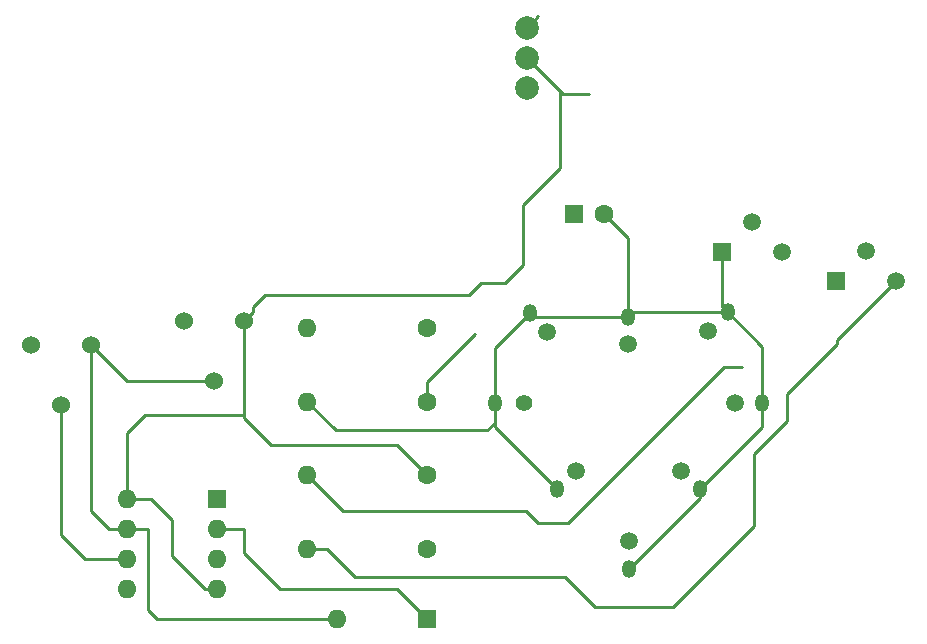
<source format=gbr>
%TF.GenerationSoftware,KiCad,Pcbnew,8.0.1*%
%TF.CreationDate,2024-04-02T10:44:00+02:00*%
%TF.ProjectId,Einhorn,45696e68-6f72-46e2-9e6b-696361645f70,rev?*%
%TF.SameCoordinates,Original*%
%TF.FileFunction,Copper,L1,Top*%
%TF.FilePolarity,Positive*%
%FSLAX46Y46*%
G04 Gerber Fmt 4.6, Leading zero omitted, Abs format (unit mm)*
G04 Created by KiCad (PCBNEW 8.0.1) date 2024-04-02 10:44:00*
%MOMM*%
%LPD*%
G01*
G04 APERTURE LIST*
%TA.AperFunction,ComponentPad*%
%ADD10R,1.500000X1.500000*%
%TD*%
%TA.AperFunction,ComponentPad*%
%ADD11C,1.500000*%
%TD*%
%TA.AperFunction,ComponentPad*%
%ADD12R,1.600000X1.600000*%
%TD*%
%TA.AperFunction,ComponentPad*%
%ADD13C,1.600000*%
%TD*%
%TA.AperFunction,ComponentPad*%
%ADD14C,1.524000*%
%TD*%
%TA.AperFunction,ComponentPad*%
%ADD15O,1.200000X1.500000*%
%TD*%
%TA.AperFunction,ComponentPad*%
%ADD16C,1.400000*%
%TD*%
%TA.AperFunction,ComponentPad*%
%ADD17O,1.600000X1.600000*%
%TD*%
%TA.AperFunction,ComponentPad*%
%ADD18C,2.000000*%
%TD*%
%TA.AperFunction,ViaPad*%
%ADD19C,0.300000*%
%TD*%
%TA.AperFunction,Conductor*%
%ADD20C,0.250000*%
%TD*%
G04 APERTURE END LIST*
D10*
%TO.P,T2,1*%
%TO.N,Net-(Q2-E)*%
X106256000Y-66790000D03*
D11*
%TO.P,T2,2*%
%TO.N,Net-(Q1-C)*%
X108796000Y-64250000D03*
%TO.P,T2,3*%
%TO.N,Net-(Q2-C)*%
X111336000Y-66790000D03*
%TD*%
D10*
%TO.P,T1,1*%
%TO.N,Net-(Q1-E)*%
X96646000Y-64350000D03*
D11*
%TO.P,T1,2*%
%TO.N,Net-(Q1-B)*%
X99186000Y-61810000D03*
%TO.P,T1,3*%
%TO.N,Net-(Q1-C)*%
X101726000Y-64350000D03*
%TD*%
D12*
%TO.P,C1,1*%
%TO.N,Net-(D3-K)*%
X84084000Y-61134000D03*
D13*
%TO.P,C1,2*%
%TO.N,Net-(Q1-E)*%
X86584000Y-61134000D03*
%TD*%
D14*
%TO.P,P1,1,1*%
%TO.N,Net-(S1-E)*%
X56144000Y-70212000D03*
%TO.P,P1,2,2*%
%TO.N,unconnected-(P1-Pad2)*%
X51064000Y-70212000D03*
%TO.P,P1,3,3*%
%TO.N,Net-(D3-A)*%
X53604000Y-75292000D03*
%TD*%
D15*
%TO.P,U3,1,K*%
%TO.N,Net-(Q1-E)*%
X100026000Y-77136000D03*
X97126000Y-69436000D03*
X94726000Y-84436000D03*
X88726000Y-91136000D03*
X88622051Y-69860000D03*
X82629949Y-84436000D03*
X80326000Y-69532051D03*
X77426000Y-77136000D03*
D11*
%TO.P,U3,2,A*%
%TO.N,Net-(Q2-E)*%
X97726000Y-77136000D03*
X95426000Y-71036000D03*
X93126000Y-82836000D03*
X88726000Y-88836000D03*
X88622051Y-72146000D03*
X84229949Y-82836000D03*
X81826000Y-71132051D03*
D16*
X79826000Y-77136000D03*
%TD*%
D12*
%TO.P,D3,1,K*%
%TO.N,Net-(D3-K)*%
X71638000Y-95424000D03*
D17*
%TO.P,D3,2,A*%
%TO.N,Net-(D3-A)*%
X64018000Y-95424000D03*
%TD*%
D13*
%TO.P,R4,1*%
%TO.N,Net-(Q1-B)*%
X71638000Y-77008000D03*
D17*
%TO.P,R4,2*%
%TO.N,Net-(Q1-E)*%
X61478000Y-77008000D03*
%TD*%
D13*
%TO.P,R5,1*%
%TO.N,Net-(S1-E)*%
X71638000Y-83230000D03*
D17*
%TO.P,R5,2*%
%TO.N,Net-(Q1-C)*%
X61478000Y-83230000D03*
%TD*%
D13*
%TO.P,R6,1*%
%TO.N,Net-(S1-E)*%
X71638000Y-89452000D03*
D17*
%TO.P,R6,2*%
%TO.N,Net-(Q2-C)*%
X61478000Y-89452000D03*
%TD*%
D12*
%TO.P,U1,1,GND*%
%TO.N,Net-(Q1-E)*%
X53858000Y-85264000D03*
D17*
%TO.P,U1,2,TR*%
%TO.N,Net-(D3-K)*%
X53858000Y-87804000D03*
%TO.P,U1,3,Q*%
%TO.N,unconnected-(U1-Q-Pad3)*%
X53858000Y-90344000D03*
%TO.P,U1,4,R*%
%TO.N,Net-(S1-E)*%
X53858000Y-92884000D03*
%TO.P,U1,5,CV*%
%TO.N,unconnected-(U1-CV-Pad5)*%
X46238000Y-92884000D03*
%TO.P,U1,6,THR*%
%TO.N,Net-(D3-K)*%
X46238000Y-90344000D03*
%TO.P,U1,7,DIS*%
%TO.N,Net-(D3-A)*%
X46238000Y-87804000D03*
%TO.P,U1,8,VCC*%
%TO.N,Net-(S1-E)*%
X46238000Y-85264000D03*
%TD*%
D13*
%TO.P,R3,1*%
%TO.N,Net-(D3-K)*%
X71638000Y-70786000D03*
D17*
%TO.P,R3,2*%
%TO.N,Net-(Q1-B)*%
X61478000Y-70786000D03*
%TD*%
D14*
%TO.P,P2,1,1*%
%TO.N,Net-(D3-A)*%
X43190000Y-72244000D03*
%TO.P,P2,2,2*%
%TO.N,unconnected-(P2-Pad2)*%
X38110000Y-72244000D03*
%TO.P,P2,3,3*%
%TO.N,Net-(D3-K)*%
X40650000Y-77324000D03*
%TD*%
D18*
%TO.P,S1,1,A*%
%TO.N,Net-(S1-A-Pad1)*%
X80058100Y-45347900D03*
%TO.P,S1,2,E*%
%TO.N,Net-(S1-E)*%
X80058100Y-47887900D03*
%TO.P,S1,3,A*%
%TO.N,unconnected-(S1-A-Pad3)*%
X80058100Y-50427900D03*
%TD*%
D19*
%TO.N,Net-(S1-E)*%
X85354000Y-50974000D03*
%TO.N,Net-(Q1-C)*%
X98308000Y-74088000D03*
%TO.N,Net-(Q1-B)*%
X75702000Y-71294000D03*
%TD*%
D20*
%TO.N,Net-(D3-K)*%
X69098000Y-92884000D02*
X71638000Y-95424000D01*
X56144000Y-87804000D02*
X56144000Y-89836000D01*
X42682000Y-90344000D02*
X46238000Y-90344000D01*
X59192000Y-92884000D02*
X69098000Y-92884000D01*
X53858000Y-87804000D02*
X56144000Y-87804000D01*
X40650000Y-77324000D02*
X40650000Y-88312000D01*
X56144000Y-89836000D02*
X59192000Y-92884000D01*
X40650000Y-88312000D02*
X42682000Y-90344000D01*
%TO.N,Net-(D3-A)*%
X43190000Y-86280000D02*
X43190000Y-72244000D01*
X48778000Y-95424000D02*
X64018000Y-95424000D01*
X46238000Y-87804000D02*
X48016000Y-87804000D01*
X48016000Y-87804000D02*
X48016000Y-94662000D01*
X48016000Y-94662000D02*
X48778000Y-95424000D01*
X44714000Y-87804000D02*
X43190000Y-86280000D01*
X46238000Y-75292000D02*
X53604000Y-75292000D01*
X43190000Y-72244000D02*
X46238000Y-75292000D01*
X46238000Y-87804000D02*
X44714000Y-87804000D01*
%TO.N,Net-(S1-E)*%
X83144200Y-50974000D02*
X82725100Y-50554900D01*
X79766000Y-60372000D02*
X79766000Y-65452000D01*
X69100000Y-80692000D02*
X71638000Y-83230000D01*
X50048000Y-90090000D02*
X50048000Y-87042000D01*
X75194000Y-67992000D02*
X57922000Y-67992000D01*
X56144000Y-70212000D02*
X56144000Y-78152000D01*
X85354000Y-50974000D02*
X83144200Y-50974000D01*
X53858000Y-92884000D02*
X52842000Y-92884000D01*
X56144000Y-78406000D02*
X58430000Y-80692000D01*
X80058100Y-47887900D02*
X82725100Y-50554900D01*
X48270000Y-85264000D02*
X46238000Y-85264000D01*
X56144000Y-78152000D02*
X56144000Y-78406000D01*
X52842000Y-92884000D02*
X50048000Y-90090000D01*
X79766000Y-65452000D02*
X78242000Y-66976000D01*
X56906000Y-69008000D02*
X56906000Y-69450000D01*
X56144000Y-78152000D02*
X47762000Y-78152000D01*
X78242000Y-66976000D02*
X76210000Y-66976000D01*
X50048000Y-87042000D02*
X48270000Y-85264000D01*
X82725100Y-50554900D02*
X82890200Y-50720000D01*
X57922000Y-67992000D02*
X56906000Y-69008000D01*
X58430000Y-80692000D02*
X69100000Y-80692000D01*
X46238000Y-79676000D02*
X46238000Y-85264000D01*
X47762000Y-78152000D02*
X46238000Y-79676000D01*
X82890200Y-57247800D02*
X79766000Y-60372000D01*
X56906000Y-69450000D02*
X56144000Y-70212000D01*
X76210000Y-66976000D02*
X75194000Y-67992000D01*
X82890200Y-50720000D02*
X82890200Y-57247800D01*
%TO.N,Net-(Q1-C)*%
X96784000Y-74088000D02*
X98308000Y-74088000D01*
X81036000Y-87296000D02*
X83576000Y-87296000D01*
X83576000Y-87296000D02*
X96784000Y-74088000D01*
X64528000Y-86280000D02*
X80020000Y-86280000D01*
X80020000Y-86280000D02*
X81036000Y-87296000D01*
X61478000Y-83230000D02*
X64528000Y-86280000D01*
%TO.N,Net-(Q1-B)*%
X75702000Y-71294000D02*
X71638000Y-75358000D01*
X71638000Y-75358000D02*
X71638000Y-77008000D01*
%TO.N,Net-(Q2-C)*%
X92466000Y-94408000D02*
X85862000Y-94408000D01*
X65542000Y-91868000D02*
X63126000Y-89452000D01*
X106366000Y-71760000D02*
X111336000Y-66790000D01*
X63126000Y-89452000D02*
X61478000Y-89452000D01*
X102118000Y-76393000D02*
X102118000Y-78660000D01*
X102118000Y-78660000D02*
X99324000Y-81454000D01*
X99324000Y-81454000D02*
X99324000Y-87550000D01*
X83322000Y-91868000D02*
X65542000Y-91868000D01*
X99324000Y-87550000D02*
X92466000Y-94408000D01*
X85862000Y-94408000D02*
X83322000Y-91868000D01*
X106366000Y-72145000D02*
X106366000Y-71760000D01*
X106366000Y-72145000D02*
X102118000Y-76393000D01*
%TO.N,Net-(S1-A-Pad1)*%
X80058100Y-45347900D02*
X81036000Y-44370000D01*
%TO.N,Net-(Q1-E)*%
X80653949Y-69860000D02*
X80326000Y-69532051D01*
X77353000Y-78787000D02*
X77426000Y-78714000D01*
X77426000Y-78714000D02*
X77426000Y-77136000D01*
X76718000Y-79422000D02*
X77353000Y-78787000D01*
X61478000Y-77008000D02*
X63892000Y-79422000D01*
X94726000Y-85136000D02*
X94726000Y-84436000D01*
X77426000Y-72432051D02*
X77426000Y-77136000D01*
X97126000Y-69436000D02*
X89046051Y-69436000D01*
X100026000Y-72336000D02*
X100026000Y-77136000D01*
X96646000Y-68956000D02*
X97126000Y-69436000D01*
X80326000Y-69532051D02*
X77426000Y-72432051D01*
X94726000Y-84436000D02*
X100026000Y-79136000D01*
X82629949Y-84436000D02*
X77353000Y-79159051D01*
X96646000Y-64350000D02*
X96646000Y-68956000D01*
X97126000Y-69436000D02*
X100026000Y-72336000D01*
X77353000Y-79159051D02*
X77353000Y-78787000D01*
X88726000Y-91136000D02*
X94726000Y-85136000D01*
X63892000Y-79422000D02*
X76718000Y-79422000D01*
X100026000Y-79136000D02*
X100026000Y-77136000D01*
X88622051Y-69860000D02*
X88622051Y-63172051D01*
X89046051Y-69436000D02*
X88622051Y-69860000D01*
X88622051Y-63172051D02*
X86584000Y-61134000D01*
X88622051Y-69860000D02*
X80653949Y-69860000D01*
%TD*%
M02*

</source>
